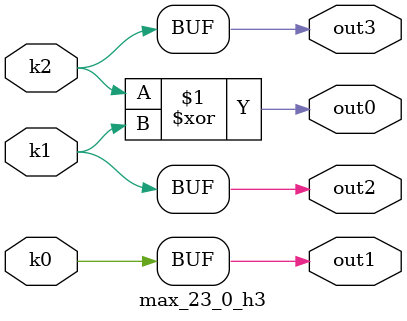
<source format=v>
module max_23_0(pi0, pi1, pi2, pi3, pi4, pi5, pi6, po0, po1, po2, po3);
input pi0, pi1, pi2, pi3, pi4, pi5, pi6;
output po0, po1, po2, po3;
wire k0, k1, k2;
max_23_0_w3 DUT1 (pi0, pi1, pi2, pi3, pi4, pi5, pi6, k0, k1, k2);
max_23_0_h3 DUT2 (k0, k1, k2, po0, po1, po2, po3);
endmodule

module max_23_0_w3(in6, in5, in4, in3, in2, in1, in0, k2, k1, k0);
input in6, in5, in4, in3, in2, in1, in0;
output k2, k1, k0;
assign k0 =   in2 ? in3 : in0;
assign k1 =   (((~in3 & (in0 | (~in4 & ~in5))) | (~in4 & ~in5 & in0)) & (~in6 | in1)) | (~in6 & in1);
assign k2 =   in2;
endmodule

module max_23_0_h3(k2, k1, k0, out3, out2, out1, out0);
input k2, k1, k0;
output out3, out2, out1, out0;
assign out0 = k2 ^ k1;
assign out1 = k0;
assign out2 = k1;
assign out3 = k2;
endmodule

</source>
